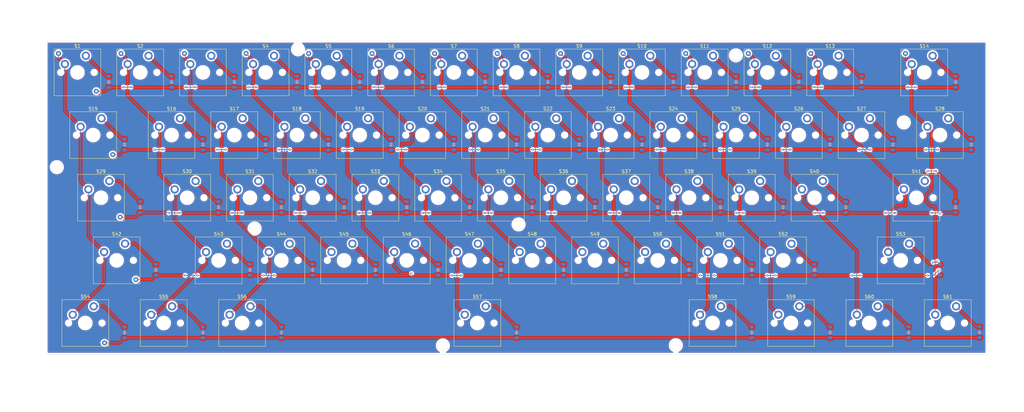
<source format=kicad_pcb>
(kicad_pcb (version 20240108) (generator "pcbnew") (generator_version "8.0")
  (layers (0 "F.Cu" signal) (31 "B.Cu" signal) (34 "B.Paste" user) (35 "F.Paste" user) (36 "B.SilkS" user "B.Silkscreen") (37 "F.SilkS" user "F.Silkscreen") (38 "B.Mask" user) (39 "F.Mask" user) (44 "Edge.Cuts" user))
  (net 0 "")
  (net 1 "Row 0")
  (net 2 "Net-(D1-A)")
  (net 3 "Net-(D2-A)")
  (net 4 "Net-(D3-A)")
  (net 5 "Net-(D4-A)")
  (net 6 "Net-(D5-A)")
  (net 7 "Net-(D6-A)")
  (net 8 "Net-(D7-A)")
  (net 9 "Net-(D8-A)")
  (net 10 "Net-(D9-A)")
  (net 11 "Net-(D10-A)")
  (net 12 "Net-(D11-A)")
  (net 13 "Net-(D12-A)")
  (net 14 "Net-(D13-A)")
  (net 15 "Net-(D14-A)")
  (net 16 "Row 1")
  (net 17 "Net-(D15-A)")
  (net 18 "Net-(D16-A)")
  (net 19 "Net-(D17-A)")
  (net 20 "Net-(D18-A)")
  (net 21 "Net-(D19-A)")
  (net 22 "Net-(D20-A)")
  (net 23 "Net-(D21-A)")
  (net 24 "Net-(D22-A)")
  (net 25 "Net-(D23-A)")
  (net 26 "Net-(D24-A)")
  (net 27 "Net-(D25-A)")
  (net 28 "Net-(D26-A)")
  (net 29 "Net-(D27-A)")
  (net 30 "Net-(D28-A)")
  (net 31 "Net-(D29-A)")
  (net 32 "Row 2")
  (net 33 "Net-(D30-A)")
  (net 34 "Net-(D31-A)")
  (net 35 "Net-(D32-A)")
  (net 36 "Net-(D33-A)")
  (net 37 "Net-(D34-A)")
  (net 38 "Net-(D35-A)")
  (net 39 "Net-(D36-A)")
  (net 40 "Net-(D37-A)")
  (net 41 "Net-(D38-A)")
  (net 42 "Net-(D39-A)")
  (net 43 "Net-(D40-A)")
  (net 44 "Net-(D41-A)")
  (net 45 "Net-(D42-A)")
  (net 46 "Row 3")
  (net 47 "Net-(D43-A)")
  (net 48 "Net-(D44-A)")
  (net 49 "Net-(D45-A)")
  (net 50 "Net-(D46-A)")
  (net 51 "Net-(D47-A)")
  (net 52 "Net-(D48-A)")
  (net 53 "Net-(D49-A)")
  (net 54 "Net-(D50-A)")
  (net 55 "Net-(D51-A)")
  (net 56 "Net-(D52-A)")
  (net 57 "Net-(D53-A)")
  (net 58 "Net-(D54-A)")
  (net 59 "Row 4")
  (net 60 "Net-(D55-A)")
  (net 61 "Net-(D56-A)")
  (net 62 "Net-(D57-A)")
  (net 63 "Net-(D58-A)")
  (net 64 "Net-(D59-A)")
  (net 65 "Net-(D60-A)")
  (net 66 "Net-(D61-A)")
  (net 67 "Column 0")
  (net 68 "Column 1")
  (net 69 "Column 2")
  (net 70 "Column 3")
  (net 71 "Column 4")
  (net 72 "Column 5")
  (net 73 "Column 6")
  (net 74 "Column 7")
  (net 75 "Column 8")
  (net 76 "Column 9")
  (net 77 "Column 10")
  (net 78 "Column 11")
  (net 79 "Column 12")
  (net 80 "Column 13")
  (footprint "ScottoKeebs_MX:MX_PCB_1.00u" (layer "F.Cu") (at 209.55 76.2)
    (property "Reference" "S37")
    (property "Value" "Keyswitch")
  )
  (footprint "ScottoKeebs_MX:MX_PCB_1.00u" (layer "F.Cu") (at 266.7 76.2)
    (property "Reference" "S40")
    (property "Value" "Keyswitch")
  )
  (footprint "ScottoKeebs_Scotto:TestPoint" (layer "F.Cu") (at 37.0875 32.325)
    (property "Reference" "H1" (hide yes))
    (property "Value" "MountingHole_Pad" (hide yes))
  )
  (footprint "ScottoKeebs_MX:MX_PCB_1.00u" (layer "F.Cu") (at 119.0625 38.1)
    (property "Reference" "S5")
    (property "Value" "Keyswitch")
  )
  (footprint "ScottoKeebs_MX:MX_PCB_1.00u" (layer "F.Cu") (at 185.7375 57.15)
    (property "Reference" "S22")
    (property "Value" "Keyswitch")
  )
  (footprint "ScottoKeebs_MX:MX_PCB_1.25u" (layer "F.Cu") (at 283.36875 114.3)
    (property "Reference" "S60")
    (property "Value" "Keyswitch")
  )
  (footprint "ScottoKeebs_MX:MX_PCB_1.00u" (layer "F.Cu") (at 261.9375 57.15)
    (property "Reference" "S26")
    (property "Value" "Keyswitch")
  )
  (footprint "ScottoKeebs_MX:MX_PCB_2.75u" (layer "F.Cu") (at 292.89375 95.25)
    (property "Reference" "S53")
    (property "Value" "Keyswitch")
  )
  (footprint "ScottoKeebs_MX:MX_PCB_1.00u" (layer "F.Cu") (at 42.8625 38.1)
    (property "Reference" "S1")
    (property "Value" "Keyswitch")
  )
  (footprint "ScottoKeebs_Scotto:TestPoint" (layer "F.Cu") (at 60.5875 101.075)
    (property "Reference" "H18" (hide yes))
    (property "Value" "MountingHole_Pad" (hide yes))
  )
  (footprint "ScottoKeebs_Scotto:TestPoint" (layer "F.Cu") (at 246.5875 32.325)
    (property "Reference" "H12" (hide yes))
    (property "Value" "MountingHole_Pad" (hide yes))
  )
  (footprint "ScottoKeebs_MX:MX_PCB_1.50u" (layer "F.Cu") (at 47.625 57.15)
    (property "Reference" "S15")
    (property "Value" "Keyswitch")
  )
  (footprint "ScottoKeebs_MX:MX_PCB_1.00u" (layer "F.Cu") (at 109.5375 57.15)
    (property "Reference" "S18")
    (property "Value" "Keyswitch")
  )
  (footprint "ScottoKeebs_MX:MX_PCB_1.00u" (layer "F.Cu") (at 204.7875 57.15)
    (property "Reference" "S23")
    (property "Value" "Keyswitch")
  )
  (footprint "ScottoKeebs_MX:MX_PCB_1.00u" (layer "F.Cu") (at 61.9125 38.1)
    (property "Reference" "S2")
    (property "Value" "Keyswitch")
  )
  (footprint "ScottoKeebs_MX:MX_PCB_1.00u" (layer "F.Cu") (at 80.9625 38.1)
    (property "Reference" "S3" (hide yes))
    (property "Value" "Keyswitch")
  )
  (footprint "ScottoKeebs_Scotto:TestPoint" (layer "F.Cu") (at 48.5875 43.825)
    (property "Reference" "H15" (hide yes))
    (property "Value" "MountingHole_Pad" (hide yes))
  )
  (footprint "ScottoKeebs_MX:MX_PCB_1.00u" (layer "F.Cu") (at 142.875 95.25)
    (property "Reference" "S46")
    (property "Value" "Keyswitch")
  )
  (footprint "ScottoKeebs_MX:MX_PCB_1.00u" (layer "F.Cu") (at 223.8375 57.15)
    (property "Reference" "S24")
    (property "Value" "Keyswitch")
  )
  (footprint "ScottoKeebs_Scotto:TestPoint" (layer "F.Cu") (at 51.0875 120.325)
    (property "Reference" "H19" (hide yes))
    (property "Value" "MountingHole_Pad" (hide yes))
  )
  (footprint "ScottoKeebs_MX:MX_PCB_1.00u" (layer "F.Cu") (at 214.3125 38.1)
    (property "Reference" "S10")
    (property "Value" "Keyswitch")
  )
  (footprint "ScottoKeebs_MX:MX_PCB_1.00u" (layer "F.Cu") (at 128.5875 57.15)
    (property "Reference" "S19")
    (property "Value" "Keyswitch")
  )
  (footprint "ScottoKeebs_Scotto:TestPoint" (layer "F.Cu") (at 265.5875 32.325)
    (property "Reference" "H13" (hide yes))
    (property "Value" "MountingHole_Pad" (hide yes))
  )
  (footprint "ScottoKeebs_Scotto:TestPoint" (layer "F.Cu") (at 294.3375 32.325)
    (property "Reference" "H14" (hide yes))
    (property "Value" "MountingHole_Pad" (hide yes))
  )
  (footprint "ScottoKeebs_Scotto:TestPoint" (layer "F.Cu") (at 151.3375 32.325)
    (property "Reference" "H7" (hide yes))
    (property "Value" "MountingHole_Pad" (hide yes))
  )
  (footprint "ScottoKeebs_MX:MX_PCB_1.00u" (layer "F.Cu") (at 95.25 76.2)
    (property "Reference" "S31")
    (property "Value" "Keyswitch")
  )
  (footprint "ScottoKeebs_MX:MX_PCB_1.75u" (layer "F.Cu") (at 50.00625 76.2)
    (property "Reference" "S29")
    (property "Value" "Keyswitch")
  )
  (footprint "ScottoKeebs_MX:MX_PCB_1.00u" (layer "F.Cu") (at 114.3 76.2)
    (property "Reference" "S32")
    (property "Value" "Keyswitch")
  )
  (footprint "ScottoKeebs_MX:MX_PCB_1.00u" (layer "F.Cu") (at 71.4375 57.15)
    (property "Reference" "S16")
    (property "Value" "Keyswitch")
  )
  (footprint "ScottoKeebs_MX:MX_PCB_1.00u" (layer "F.Cu") (at 147.6375 57.15)
    (property "Reference" "S20")
    (property "Value" "Keyswitch")
  )
  (footprint "ScottoKeebs_Scotto:TestPoint" (layer "F.Cu") (at 189.5875 32.325)
    (property "Reference" "H9" (hide yes))
    (property "Value" "MountingHole_Pad" (hide yes))
  )
  (footprint "ScottoKeebs_MX:MX_PCB_1.00u" (layer "F.Cu") (at 171.45 76.2)
    (property "Reference" "S35")
    (property "Value" "Keyswitch")
  )
  (footprint "ScottoKeebs_MX:MX_PCB_1.00u" (layer "F.Cu") (at 257.175 95.25)
    (property "Reference" "S52")
    (property "Value" "Keyswitch")
  )
  (footprint "ScottoKeebs_MX:MX_PCB_1.00u" (layer "F.Cu") (at 180.975 95.25)
    (property "Reference" "S48")
    (property "Value" "Keyswitch")
  )
  (footprint "ScottoKeebs_Scotto:TestPoint" (layer "F.Cu") (at 55.8375 82.075)
    (property "Reference" "H17" (hide yes))
    (property "Value" "MountingHole_Pad" (hide yes))
  )
  (footprint "ScottoKeebs_MX:MX_PCB_1.00u" (layer "F.Cu") (at 219.075 95.25)
    (property "Reference" "S50")
    (property "Value" "Keyswitch")
  )
  (footprint "ScottoKeebs_MX:MX_PCB_1.00u" (layer "F.Cu") (at 247.65 76.2)
    (property "Reference" "S39")
    (property "Value" "Keyswitch")
  )
  (footprint "ScottoKeebs_Scotto:TestPoint" (layer "F.Cu") (at 75.3375 32.325)
    (property "Reference" "H3" (hide yes))
    (property "Value" "MountingHole_Pad" (hide yes))
  )
  (footprint "ScottoKeebs_MX:MX_PCB_1.00u" (layer "F.Cu") (at 166.6875 57.15)
    (property "Reference" "S21")
    (property "Value" "Keyswitch")
  )
  (footprint "ScottoKeebs_MX:MX_PCB_1.00u" (layer "F.Cu") (at 233.3625 38.1)
    (property "Reference" "S11")
    (property "Value" "Keyswitch")
  )
  (footprint "ScottoKeebs_MX:MX_PCB_1.00u" (layer "F.Cu") (at 228.6 76.2)
    (property "Reference" "S38")
    (property "Value" "Keyswitch")
  )
  (footprint "ScottoKeebs_MX:MX_PCB_1.00u" (layer "F.Cu") (at 76.2 76.2)
    (property "Reference" "S30")
    (property "Value" "Keyswitch")
  )
  (footprint "ScottoKeebs_MX:MX_PCB_2.25u" (layer "F.Cu") (at 54.76875 95.25)
    (property "Reference" "S42")
    (property "Value" "Keyswitch")
  )
  (footprint "ScottoKeebs_MX:MX_PCB_1.00u" (layer "F.Cu") (at 123.825 95.25)
    (property "Reference" "S45")
    (property "Value" "Keyswitch")
  )
  (footprint "ScottoKeebs_MX:MX_PCB_1.00u" (layer "F.Cu") (at 190.5 76.2)
    (property "Reference" "S36")
    (property "Value" "Keyswitch")
  )
  (footprint "ScottoKeebs_MX:MX_PCB_1.00u" (layer "F.Cu") (at 138.1125 38.1)
    (property "Reference" "S6")
    (property "Value" "Keyswitch")
  )
  (footprint "ScottoKeebs_MX:MX_PCB_1.25u" (layer "F.Cu") (at 69.05625 114.3)
    (property "Reference" "S55")
    (property "Value" "Keyswitch")
  )
  (footprint "ScottoKeebs_Scotto:TestPoint" (layer "F.Cu") (at 113.0875 32.325)
    (property "Reference" "H5" (hide yes))
    (property "Value" "MountingHole_Pad" (hide yes))
  )
  (footprint "ScottoKeebs_MX:MX_PCB_2.00u" (layer "F.Cu") (at 300.0375 38.1)
    (property "Reference" "S14")
    (property "Value" "Keyswitch")
  )
  (footprint "ScottoKeebs_MX:MX_PCB_1.00u" (layer "F.Cu") (at 133.35 76.2)
    (property "Reference" "S33")
    (property "Value" "Keyswitch")
  )
  (footprint "ScottoKeebs_MX:MX_PCB_1.00u" (layer "F.Cu") (at 176.2125 38.1)
    (property "Reference" "S8")
    (property "Value" "Keyswitch")
  )
  (footprint "ScottoKeebs_MX:MX_PCB_6.25u" (layer "F.Cu") (at 164.30625 114.3)
    (property "Reference" "S57")
    (property "Value" "Keyswitch")
  )
  (footprint "ScottoKeebs_MX:MX_PCB_1.00u" (layer "F.Cu") (at 238.125 95.25)
    (property "Reference" "S51")
    (property "Value" "Keyswitch")
  )
  (footprint "ScottoKeebs_MX:MX_PCB_1.00u" (layer "F.Cu") (at 152.4 76.2)
    (property "Reference" "S34")
    (property "Value" "Keyswitch")
  )
  (footprint "ScottoKeebs_MX:MX_PCB_1.25u" (layer "F.Cu") (at 92.86875 114.3)
    (property "Reference" "S56")
    (property "Value" "Keyswitch")
  )
  (footprint "ScottoKeebs_MX:MX_PCB_1.00u" (layer "F.Cu") (at 104.775 95.25)
    (property "Reference" "S44")
    (property "Value" "Keyswitch")
  )
  (footprint "ScottoKeebs_Scotto:TestPoint" (layer "F.Cu") (at 132.3375 32.325)
    (property "Reference" "H6" (hide yes))
    (property "Value" "MountingHole_Pad" (hide yes))
  )
  (footprint "ScottoKeebs_MX:MX_PCB_1.00u" (layer "F.Cu") (at 271.4625 38.1)
    (property "Reference" "S13")
    (property "Value" "Keyswitch")
  )
  (footprint "ScottoKeebs_Scotto:TestPoint" (layer "F.Cu") (at 56.0875 32.325)
    (property "Reference" "H2" (hide yes))
    (property "Value" "MountingHole_Pad" (hide yes))
  )
  (footprint "ScottoKeebs_Scotto:TestPoint" (layer "F.Cu") (at 227.5875 32.325)
    (property "Reference" "H11" (hide yes))
    (property "Value" "MountingHole_Pad" (hide yes))
  )
  (footprint "ScottoKeebs_MX:MX_PCB_1.50u" (layer "F.Cu") (at 304.8 57.15)
    (property "Reference" "S28")
    (property "Value" "Keyswitch")
  )
  (footprint "ScottoKeebs_MX:MX_PCB_1.25u" (layer "F.Cu") (at 235.74375 114.3)
    (property "Reference" "S58")
    (property "Value" "Keyswitch")
  )
  (footprint "ScottoKeebs_MX:MX_PCB_1.25u" (layer "F.Cu") (at 45.24375 114.3)
    (property "Reference" "S54")
    (property "Value" "Keyswitch")
  )
  (footprint "ScottoKeebs_MX:MX_PCB_1.00u" (layer "F.Cu") (at 252.4125 38.1)
    (property "Reference" "S12")
    (property "Value" "Keyswitch")
  )
  (footprint "ScottoKeebs_Scotto:TestPoint" (layer "F.Cu") (at 170.3375 32.325)
    (property "Reference" "H8" (hide yes))
    (property "Value" "MountingHole_Pad" (hide yes))
  )
  (footprint "ScottoKeebs_MX:MX_PCB_1.00u" (layer "F.Cu") (at 157.1625 38.1)
    (property "Reference" "S7")
    (property "Value" "Keyswitch")
  )
  (footprint "ScottoKeebs_Scotto:TestPoint" (layer "F.Cu") (at 94.0875 32.325)
    (property "Reference" "H4" (hide yes))
    (property "Value" "MountingHole_Pad" (hide yes))
  )
  (footprint "ScottoKeebs_MX:MX_PCB_1.00u" (layer "F.Cu") (at 200.025 95.25)
    (property "Reference" "S49")
    (property "Value" "Keyswitch")
  )
  (footprint "ScottoKeebs_MX:MX_PCB_1.00u" (layer "F.Cu") (at 195.2625 38.1)
    (property "Reference" "S9")
    (property "Value" "Keyswitch")
  )
  (footprint "ScottoKeebs_MX:MX_PCB_1.00u" (layer "F.Cu") (at 85.725 95.25)
    (property "Reference" "S43")
    (property "Value" "Keyswitch")
  )
  (footprint "ScottoKeebs_MX:MX_PCB_1.25u" (layer "F.Cu") (at 259.55625 114.3)
    (property "Reference" "S59")
    (property "Value" "Keyswitch")
  )
  (footprint "ScottoKeebs_MX:MX_PCB_1.00u" (layer "F.Cu") (at 90.4875 57.15)
    (property "Reference" "S17")
    (property "Value" "Keyswitch")
  )
  (footprint "ScottoKeebs_MX:MX_PCB_1.00u" (layer "F.Cu") (at 100.0125 38.1)
    (property "Reference" "S4")
    (property "Value" "Keyswitch")
  )
  (footprint "ScottoKeebs_MX:MX_PCB_1.00u" (layer "F.Cu") (at 280.9875 57.15)
    (property "Reference" "S27")
    (property "Value" "Keyswitch")
  )
  (footprint "ScottoKeebs_MX:MX_PCB_1.00u" (layer "F.Cu") (at 242.8875 57.15)
    (property "Reference" "S25")
    (property "Value" "Keyswitch")
  )
  (footprint "ScottoKeebs_Scotto:TestPoint" (layer "F.Cu") (at 208.5875 32.325)
    (property "Reference" "H10" (hide yes))
    (property "Value" "MountingHole_Pad" (hide yes))
  )
  (footprint "ScottoKeebs_MX:MX_PCB_1.00u" (layer "F.Cu") (at 161.925 95.25)
    (property "Reference" "S47")
    (property "Value" "Keyswitch")
  )
  (footprint "ScottoKeebs_MX:MX_PCB_2.25u" (layer "F.Cu") (at 297.65625 76.2)
    (property "Reference" "S41")
    (property "Value" "Keyswitch")
  )
  (footprint "ScottoKeebs_MX:MX_PCB_1.25u" (layer "F.Cu") (at 307.18125 114.3)
    (property "Reference" "S61")
    (property "Value" "Keyswitch")
  )
  (footprint "ScottoKeebs_Scotto:TestPoint" (layer "F.Cu") (at 53.5875 63.075)
    (property "Reference" "H16" (hide yes))
    (property "Value" "MountingHole_Pad" (hide yes))
  )
  (footprint "ScottoKeebs_Components:Diode_SOD-123" (layer "B.Cu") (at 176.2125 117.1575 90)
    (property "Reference" "D57" (hide yes))
    (property "Value" "Diode")
  )
  (footprint "ScottoKeebs_Components:Diode_SOD-123" (layer "B.Cu") (at 161.925 79.0575 90)
    (property "Reference" "D34" (hide yes))
    (property "Value" "Diode")
  )
  (footprint "ScottoKeebs_Components:Diode_SOD-123" (layer "B.Cu") (at 314.325 60.0075 90)
    (property "Reference" "D28" (hide yes))
    (property "Value" "Diode")
  )
  (footprint "ScottoKeebs_Components:Diode_SOD-123" (layer "B.Cu") (at 104.775 79.0575 90)
    (property "Reference" "D31" (hide yes))
    (property "Value" "Diode")
  )
  (footprint "ScottoKeebs_Components:Diode_SOD-123" (layer "B.Cu") (at 123.825 79.0575 90)
    (property "Reference" "D32" (hide yes))
    (property "Value" "Diode")
  )
  (footprint "ScottoKeebs_Components:Diode_SOD-123" (layer "B.Cu") (at 61.9125 79.0575 90)
    (property "Reference" "D29" (hide yes))
    (property "Value" "Diode")
  )
  (footprint "ScottoKeebs_Components:Diode_SOD-123" (layer "B.Cu") (at 128.5875 40.9575 90)
    (property "Reference" "D5" (hide yes))
    (property "Value" "Diode")
  )
  (footprint "ScottoKeebs_Components:Diode_SOD-123" (layer "B.Cu") (at 280.9875 40.9575 90)
    (property "Reference" "D13" (hide yes))
    (property "Value" "Diode")
  )
  (footprint "ScottoKeebs_Components:Diode_SOD-123" (layer "B.Cu") (at 271.4625 117.1575 90)
    (property "Reference" "D59" (hide yes))
    (property "Value" "Diode")
  )
  (footprint "ScottoKeebs_Components:Diode_SOD-123" (layer "B.Cu") (at 295.275 117.1575 90)
    (property "Reference" "D60" (hide yes))
    (property "Value" "Diode")
  )
  (footprint "ScottoKeebs_Components:Diode_SOD-123" (layer "B.Cu") (at 223.8375 40.9575 90)
    (property "Reference" "D10" (hide yes))
    (property "Value" "Diode")
  )
  (footprint "ScottoKeebs_Components:Diode_SOD-123" (layer "B.Cu") (at 176.2125 60.0075 90)
    (property "Reference" "D21" (hide yes))
    (property "Value" "Diode")
  )
  (footprint "ScottoKeebs_Components:Diode_SOD-123" (layer "B.Cu") (at 52.3875 40.9575 90)
    (property "Reference" "D1" (hide yes))
    (property "Value" "Diode")
  )
  (footprint "ScottoKeebs_Components:Diode_SOD-123" (layer "B.Cu") (at 57.15 117.1575 90)
    (property "Reference" "D54" (hide yes))
    (property "Value" "Diode")
  )
  (footprint "ScottoKeebs_Components:Diode_SOD-123" (layer "B.Cu") (at 276.225 79.0575 90)
    (property "Reference" "D40" (hide yes))
    (property "Value" "Diode")
  )
  (footprint "ScottoKeebs_Components:Diode_SOD-123" (layer "B.Cu") (at 90.4875 40.9575 90)
    (property "Reference" "D3" (hide yes))
    (property "Value" "Diode")
  )
  (footprint "ScottoKeebs_Components:Diode_SOD-123" (layer "B.Cu") (at 147.6375 40.9575 90)
    (property "Reference" "D6" (hide yes))
    (property "Value" "Diode")
  )
  (footprint "ScottoKeebs_Components:Diode_SOD-123" (layer "B.Cu") (at 238.125 79.0575 90)
    (property "Reference" "D38" (hide yes))
    (property "Value" "Diode")
  )
  (footprint "ScottoKeebs_Components:Diode_SOD-123" (layer "B.Cu") (at 152.4 98.1075 90)
    (property "Reference" "D46" (hide yes))
    (property "Value" "Diode")
  )
  (footprint "ScottoKeebs_Components:Diode_SOD-123" (layer "B.Cu") (at 138.1125 60.0075 90)
    (property "Reference" "D19" (hide yes))
    (property "Value" "Diode")
  )
  (footprint "ScottoKeebs_Components:Diode_SOD-123" (layer "B.Cu") (at 309.5625 40.9575 90)
    (property "Reference" "D14" (hide yes))
    (property "Value" "Diode")
  )
  (footprint "ScottoKeebs_Components:Diode_SOD-123" (layer "B.Cu") (at 80.9625 117.1575 90)
    (property "Reference" "D55" (hide yes))
    (property "Value" "Diode")
  )
  (footprint "ScottoKeebs_Components:Diode_SOD-123" (layer "B.Cu") (at 247.65 98.1075 90)
    (property "Reference" "D51" (hide yes))
    (property "Value" "Diode")
  )
  (footprint "ScottoKeebs_Components:Diode_SOD-123" (layer "B.Cu") (at 233.3625 60.0075 90)
    (property "Reference" "D24" (hide yes))
    (property "Value" "Diode")
  )
  (footprint "ScottoKeebs_Components:Diode_SOD-123" (layer "B.Cu") (at 85.725 79.0575 90)
    (property "Reference" "D30" (hide yes))
    (property "Value" "Diode")
  )
  (footprint "ScottoKeebs_Components:Diode_SOD-123" (layer "B.Cu") (at 190.5 98.1075 90)
    (property "Reference" "D48" (hide yes))
    (property "Value" "Diode")
  )
  (footprint "ScottoKeebs_Components:Diode_SOD-123" (layer "B.Cu") (at 100.0125 60.0075 90)
    (property "Reference" "D17" (hide yes))
    (property "Value" "Diode")
  )
  (footprint "ScottoKeebs_Components:Diode_SOD-123" (layer "B.Cu") (at 309.5625 79.0575 90)
    (property "Reference" "D41" (hide yes))
    (property "Value" "Diode")
  )
  (footprint "ScottoKeebs_Components:Diode_SOD-123" (layer "B.Cu") (at 204.7875 40.9575 90)
    (property "Reference" "D9" (hide yes))
    (property "Value" "Diode")
  )
  (footprint "ScottoKeebs_Components:Diode_SOD-123" (layer "B.Cu") (at 214.3125 60.0075 90)
    (property "Reference" "D23" (hide yes))
    (property "Value" "Diode")
  )
  (footprint "ScottoKeebs_Components:Diode_SOD-123" (layer "B.Cu") (at 66.675 98.1075 90)
    (property "Reference" "D42" (hide yes))
    (property "Value" "Diode")
  )
  (footprint "ScottoKeebs_Components:Diode_SOD-123" (layer "B.Cu") (at 104.775 117.1575 90)
    (property "Reference" "D56" (hide yes))
    (property "Value" "Diode")
  )
  (footprint "ScottoKeebs_Components:Diode_SOD-123" (layer "B.Cu") (at 266.7 98.1075 90)
    (property "Reference" "D52" (hide yes))
    (property "Value" "Diode")
  )
  (footprint "ScottoKeebs_Components:Diode_SOD-123" (layer "B.Cu") (at 180.975 79.0575 90)
    (property "Reference" "D35" (hide yes))
    (property "Value" "Diode")
  )
  (footprint "ScottoKeebs_Components:Diode_SOD-123" (layer "B.Cu") (at 252.4125 60.0075 90)
    (property "Reference" "D25" (hide yes))
    (property "Value" "Diode")
  )
  (footprint "ScottoKeebs_Components:Diode_SOD-123" (layer "B.Cu") (at 290.5125 60.0075 90)
    (property "Reference" "D27" (hide yes))
    (property "Value" "Diode")
  )
  (footprint "ScottoKeebs_Components:Diode_SOD-123" (layer "B.Cu") (at 209.55 98.1075 90)
    (property "Reference" "D49" (hide yes))
    (property "Value" "Diode")
  )
  (footprint "ScottoKeebs_Components:Diode_SOD-123" (layer "B.Cu") (at 242.8875 40.9575 90)
    (property "Reference" "D11" (hide yes))
    (property "Value" "Diode")
  )
  (footprint "ScottoKeebs_Components:Diode_SOD-123" (layer "B.Cu") (at 142.875 79.0575 90)
    (property "Reference" "D33" (hide yes))
    (property "Value" "Diode")
  )
  (footprint "ScottoKeebs_Components:Diode_SOD-123" (layer "B.Cu") (at 200.025 79.0575 90)
    (property "Reference" "D36" (hide yes))
    (property "Value" "Diode")
  )
  (footprint "ScottoKeebs_Components:Diode_SOD-123" (layer "B.Cu") (at 114.3 98.1075 90)
    (property "Reference" "D44" (hide yes))
    (property "Value" "Diode")
  )
  (footprint "ScottoKeebs_Components:Diode_SOD-123" (layer "B.Cu") (at 247.65 117.1575 90)
    (property "Reference" "D58" (hide yes))
    (property "Value" "Diode")
  )
  (footprint "ScottoKeebs_Components:Diode_SOD-123" (layer "B.Cu") (at 316.8375 117.075 90)
    (property "Reference" "D61" (hide yes))
    (property "Value" "Diode")
  )
  (footprint "ScottoKeebs_Components:Diode_SOD-123" (layer "B.Cu") (at 228.6 98.1075 90)
    (property "Reference" "D50" (hide yes))
    (property "Value" "Diode")
  )
  (footprint "ScottoKeebs_Components:Diode_SOD-123" (layer "B.Cu") (at 119.0625 60.0075 90)
    (property "Reference" "D18" (hide yes))
    (property "Value" "Diode")
  )
  (footprint "ScottoKeebs_Components:Diode_SOD-123" (layer "B.Cu") (at 71.4375 40.9575 90)
    (property "Reference" "D2" (hide yes))
    (property "Value" "Diode")
  )
  (footprint "ScottoKeebs_Components:Diode_SOD-123" (layer "B.Cu") (at 271.4625 60.0075 90)
    (property "Reference" "D26" (hide yes))
    (property "Value" "Diode")
  )
  (footprint "ScottoKeebs_Components:Diode_SOD-123" (layer "B.Cu") (at 95.25 98.1075 90)
    (property "Reference" "D43" (hide yes))
    (property "Value" "Diode")
  )
  (footprint "ScottoKeebs_Components:Diode_SOD-123" (layer "B.Cu") (at 80.9625 60.0075 90)
    (property "Reference" "D16" (hide yes))
    (property "Value" "Diode")
  )
  (footprint "ScottoKeebs_Components:Diode_SOD-123" (layer "B.Cu") (at 57.15 60.0075 90)
    (property "Reference" "D15" (hide yes))
    (property "Value" "Diode")
  )
  (footprint "ScottoKeebs_Components:Diode_SOD-123" (layer "B.Cu") (at 157.1625 60.0075 90)
    (property "Reference" "D20" (hide yes))
    (property "Value" "Diode")
  )
  (footprint "ScottoKeebs_Components:Diode_SOD-123" (layer "B.Cu") (at 195.2625 60.0075 90)
    (property "Reference" "D22" (hide yes))
    (property "Value" "Diode")
  )
  (footprint "ScottoKeebs_Components:Diode_SOD-123" (layer "B.Cu") (at 257.175 79.0575 90)
    (property "Reference" "D39" (hide yes))
    (property "Value" "Diode")
  )
  (footprint "ScottoKeebs_Components:Diode_SOD-123" (layer "B.Cu") (at 304.8 98.1075 90)
    (property "Reference" "D53" (hide yes))
    (property "Value" "Diode")
  )
  (footprint "ScottoKeebs_Components:Diode_SOD-123" (layer "B.Cu") (at 261.9375 40.9575 90)
    (property "Reference" "D12" (hide yes))
    (property "Value" "Diode")
  )
  (footprint "ScottoKeebs_Components:Diode_SOD-123" (layer "B.Cu") (at 166.6875 40.9575 90)
    (property "Reference" "D7" (hide yes))
    (property "Value" "Diode")
  )
  (footprint "ScottoKeebs_Components:Diode_SOD-123" (layer "B.Cu") (at 133.35 98.1075 90)
    (property "Reference" "D45" (hide yes))
    (property "Value" "Diode")
  )
  (footprint "ScottoKeebs_Components:Diode_SOD-123" (layer "B.Cu") (at 171.45 98.1075 90)
    (property "Reference" "D47" (hide yes))
    (property "Value" "Diode")
  )
  (footprint "ScottoKeebs_Components:Diode_SOD-123" (layer "B.Cu") (at 219.075 79.0575 90)
    (property "Reference" "D37" (hide yes))
    (property "Value" "Diode")
  )
  (footprint "ScottoKeebs_Components:Diode_SOD-123" (layer "B.Cu") (at 109.5375 40.9575 90)
    (property "Reference" "D4" (hide yes))
    (property "Value" "Diode")
  )
  (footprint "ScottoKeebs_Components:Diode_SOD-123" (layer "B.Cu") (at 185.7375 40.9575 90)
    (property "Reference" "D8" (hide yes))
    (property "Value" "Diode")
  )
  (gr_circle (center 36.5875 66.89795) (end 35.0875 66.14795) (stroke (width 0.05)) (fill none) (layer "Edge.Cuts"))
  (gr_circle (center 176.8375 84.325) (end 175.3375 83.575) (stroke (width 0.05)) (fill none) (layer "Edge.Cuts"))
  (gr_circle (center 109.8375 31.075) (end 108.3375 30.325) (stroke (width 0.05)) (fill none) (layer "Edge.Cuts"))
  (gr_circle (center 224.5875 121.075) (end 223.0875 120.325) (stroke (width 0.05)) (fill none) (layer "Edge.Cuts"))
  (gr_circle (center 293.8375 53.325) (end 292.3375 52.575) (stroke (width 0.05)) (fill none) (layer "Edge.Cuts"))
  (gr_circle (center 242.8375 32.89795) (end 241.3375 32.14795) (stroke (width 0.05)) (fill none) (layer "Edge.Cuts"))
  (gr_circle (center 96.66045 85.575) (end 95.16045 84.825) (stroke (width 0.05)) (fill none) (layer "Edge.Cuts"))
  (gr_rect (start 33.3375 28.575) (end 319.0875 123.825) (stroke (width 0.05)) (fill none) (layer "Edge.Cuts"))
  (gr_circle (center 153.8375 121.14795) (end 152.3375 120.39795) (stroke (width 0.05)) (fill none) (layer "Edge.Cuts"))
  (segment (start 75.8375 42.575) (end 78.5875 42.575) (width 0.2) (layer "F.Cu") (net 1))
  (segment (start 132.8375 42.575) (end 135.3375 42.575) (width 0.2) (layer "F.Cu") (net 1))
  (segment (start 56.8375 42.575) (end 59.0875 42.575) (width 0.2) (layer "F.Cu") (net 1))
  (segment (start 266.5875 42.575) (end 268.8375 42.575) (width 0.2) (layer "F.Cu") (net 1))
  (segment (start 152.7525 42.575) (end 154.3375 42.575) (width 0.2) (layer "F.Cu") (net 1))
  (segment (start 190.3375 42.575) (end 192.3375 42.575) (width 0.2) (layer "F.Cu") (net 1))
  (segment (start 228.3375 42.575) (end 230.5875 42.575) (width 0.2) (layer "F.Cu") (net 1))
  (segment (start 295.0875 42.575) (end 297.3375 42.575) (width 0.2) (layer "F.Cu") (net 1))
  (segment (start 209.3375 42.575) (end 211.3375 42.575) (width 0.2) (layer "F.Cu") (net 1))
  (segment (start 94.8375 42.575) (end 97.0875 42.575) (width 0.2) (layer "F.Cu") (net 1))
  (segment (start 171.5875 42.575) (end 173.0875 42.575) (width 0.2) (layer "F.Cu") (net 1))
  (segment (start 247.5875 42.575) (end 249.8375 42.575) (width 0.2) (layer "F.Cu") (net 1))
  (segment (start 113.8375 42.575) (end 116.0875 42.575) (width 0.2) (layer "F.Cu") (net 1))
  (via (at 211.3375 42.575) (size 0.6) (drill 0.3) (layers "F.Cu" "B.Cu") (net 1))
  (via (at 56.8375 42.575) (size 0.6) (drill 0.3) (layers "F.Cu" "B.Cu") (net 1))
  (via (at 171.5875 42.575) (size 0.6) (drill 0.3) (layers "F.Cu" "B.Cu") (net 1))
  (via (at 268.8375 42.575) (size 0.6) (drill 0.3) (layers "F.Cu" "B.Cu") (net 1))
  (via (at 295.0875 42.575) (size 0.6) (drill 0.3) (layers "F.Cu" "B.Cu") (net 1))
  (via (at 247.5875 42.575) (size 0.6) (drill 0.3) (layers "F.Cu" "B.Cu") (net 1))
  (via (at 190.3375 42.575) (size 0.6) (drill 0.3) (layers "F.Cu" "B.Cu") (net 1))
  (via (at 228.3375 42.575) (size 0.6) (drill 0.3) (layers "F.Cu" "B.Cu") (net 1))
  (via (at 154.3375 42.575) (size 0.6) (drill 0.3) (layers "F.Cu" "B.Cu") (net 1))
  (via (at 78.5875 42.575) (size 0.6) (drill 0.3) (layers "F.Cu" "B.Cu") (net 1))
  (via (at 97.0875 42.575) (size 0.6) (drill 0.3) (layers "F.Cu" "B.Cu") (net 1))
  (via (at 209.3375 42.575) (size 0.6) (drill 0.3) (layers "F.Cu" "B.Cu") (net 1))
  (via (at 94.8375 42.575) (size 0.6) (drill 0.3) (layers "F.Cu" "B.Cu") (net 1))
  (via (at 113.8375 42.575) (size 0.6) (drill 0.3) (layers "F.Cu" "B.Cu") (net 1))
  (via (at 230.5875 42.575) (size 0.6) (drill 0.3) (layers "F.Cu" "B.Cu") (net 1))
  (via (at 173.0875 42.575) (size 0.6) (drill 0.3) (layers "F.Cu" "B.Cu") (net 1))
  (via (at 192.3375 42.575) (size 0.6) (drill 0.3) (layers "F.Cu" "B.Cu") (net 1))
  (via (at 152.7525 42.575) (size 0.6) (drill 0.3) (layers "F.Cu" "B.Cu") (net 1))
  (via (at 266.5875 42.575) (size 0.6) (drill 0.3) (layers "F.Cu" "B.Cu") (net 1))
  (via (at 297.3375 42.575) (size 0.6) (drill 0.3) (layers "F.Cu" "B.Cu") (net 1))
  (via (at 135.3375 42.575) (size 0.6) (drill 0.3) (layers "F.Cu" "B.Cu") (net 1))
  (via (at 59.0875 42.575) (size 0.6) (drill 0.3) (layers "F.Cu" "B.Cu") (net 1))
  (via (at 249.8375 42.575) (size 0.6) (drill 0.3) (layers "F.Cu" "B.Cu") (net 1))
  (via (at 75.8375 42.575) (size 0.6) (drill 0.3) (layers "F.Cu" "B.Cu") (net 1))
  (via (at 116.0875 42.575) (size 0.6) (drill 0.3) (layers "F.Cu" "B.Cu") (net 1))
  (via (at 132.8375 42.575) (size 0.6) (drill 0.3) (layers "F.Cu" "B.Cu") (net 1))
  (segment (start 116.0875 42.575) (end 132.8375 42.575) (width 0.2) (layer "B.Cu") (net 1))
  (segment (start 48.5875 43.825) (end 51.17 43.825) (width 0.2) (layer "B.Cu") (net 1))
  (segment (start 154.3375 42.575) (end 154.37 42.6075) (width 0.2) (layer "B.Cu") (net 1))
  (segment (start 51.17 43.825) (end 52.3875 42.6075) (width 0.2) (layer "B.Cu") (net 1))
  (segment (start 211.3375 42.575) (end 228.3375 42.575) (width 0.2) (layer "B.Cu") (net 1))
  (segment (start 297.3375 42.575) (end 298.3375 42.575) (width 0.2) (layer "B.Cu") (net 1))
  (segment (start 171.555 42.6075) (end 171.5875 42.575) (width 0.2) (layer "B.Cu") (net 1))
  (segment (start 59.8375 42.575) (end 59.87 42.6075) (width 0.2) (layer "B.Cu") (net 1))
  (segment (start 56.805 42.6075) (end 56.8375 42.575) (width 0.2) (layer "B.Cu") (net 1))
  (segment (start 73.5875 42.6075) (end 75.805 42.6075) (width 0.2) (layer "B.Cu") (net 1))
  (segment (start 166.6875 42.6075) (end 171.555 42.6075) (width 0.2) (layer "B.Cu") (net 1))
  (segment (start 59.87 42.6075) (end 71.4375 42.6075) (width 0.2) (layer "B.Cu") (net 1))
  (segment (start 192.3375 42.575) (end 209.3375 42.575) (width 0.2) (layer "B.Cu") (net 1))
  (segment (start 249.8375 42.575) (end 266.5875 42.575) (width 0.2) (layer "B.Cu") (net 1))
  (segment (start 268.8375 42.575) (end 295.0875 42.575) (width 0.2) (layer "B.Cu") (net 1))
  (segment (start 298.3375 42.575) (end 298.37 42.6075) (width 0.2) (layer "B.Cu") (net 1))
  (segment (start 59.0875 42.575) (end 59.8375 42.575) (width 0.2) (layer "B.Cu") (net 1))
  (segment (start 135.3375 42.575) (end 152.7525 42.575) (width 0.2) (layer "B.Cu") (net 1))
  (segment (start 75.805 42.6075) (end 75.8375 42.575) (width 0.2) (layer "B.Cu") (net 1))
  (segment (start 52.3875 42.6075) (end 56.805 42.6075) (width 0.2) (layer "B.Cu") (net 1))
  (segment (start 298.37 42.6075) (end 309.5625 42.6075) (width 0.2) (layer "B.Cu") (net 1))
  (segment (start 230.5875 42.575) (end 247.5875 42.575) (width 0.2) (layer "B.Cu") (net 1))
  (segment (start 78.5875 42.575) (end 94.8375 42.575) (width 0.2) (layer "B.Cu") (net 1))
  (segment (start 154.37 42.6075) (end 166.6875 42.6075) (width 0.2) (layer "B.Cu") (net 1))
  (segment (start 173.0875 42.575) (end 190.3375 42.575) (width 0.2) (layer "B.Cu") (net 1))
  (segment (start 71.4375 42.6075) (end 73.5875 42.6075) (width 0.2) (layer "B.Cu") (net 1))
  (segment (start 97.0875 42.575) (end 113.8375 42.575) (width 0.2) (layer "B.Cu") (net 1))
  (segment (start 45.4025 33.02) (end 51.69 39.3075) (width 0.2) (layer "B.Cu") (net 2))
  (segment (start 51.69 39.3075) (end 52.3875 39.3075) (width 0.2) (layer "B.Cu") (net 2))
  (segment (start 70.74 39.3075) (end 71.4375 39.3075) (width 0.2) (layer "B.Cu") (net 3))
  (segment (start 64.4525 33.02) (end 70.74 39.3075) (width 0.2) (layer "B.Cu") (net 3))
  (segment (start 83.5025 33.02) (end 89.79 39.3075) (width 0.2) (layer "B.Cu") (net 4))
  (segment (start 89.79 39.3075) (end 90.4875 39.3075) (width 0.2) (layer "B.Cu") (net 4))
  (segment (start 102.5525 33.02) (end 108.84 39.3075) (width 0.2) (layer "B.Cu") (net 5))
  (segment (start 108.84 39.3075) (end 109.5375 39.3075) (width 0.2) (layer "B.Cu") (net 5))
  (segment (start 127.89 39.3075) (end 128.5875 39.3075) (width 0.2) (layer "B.Cu") (net 6))
  (segment (start 121.6025 33.02) (end 127.89 39.3075) (width 0.2) (layer "B.Cu") (net 6))
  (segment (start 140.6525 33.02) (end 146.94 39.3075) (width 0.2) (layer "B.Cu") (net 7))
  (segment (start 146.94 39.3075) (end 147.6375 39.3075) (width 0.2) (layer "B.Cu") (net 7))
  (segment (start 165.99 39.3075) (end 166.6875 39.3075) (width 0.2) (layer "B.Cu") (net 8))
  (segment (start 159.7025 33.02) (end 165.99 39.3075) (width 0.2) (layer "B.Cu") (net 8))
  (segment (start 178.7525 33.02) (end 185.04 39.3075) (width 0.2) (layer "B.Cu") (net 9))
  (segment (start 185.04 39.3075) (end 185.7375 39.3075) (width 0.2) (layer "B.Cu") (net 9))
  (segment (start 197.8025 33.02) (end 204.09 39.3075) (width 0.2) (layer "B.Cu") (net 10))
  (segment (start 204.09 39.3075) (end 204.7875 39.3075) (width 0.2) (layer "B.Cu") (net 10))
  (segment (start 223.14 39.3075) (end 223.8375 39.3075) (width 0.2) (layer "B.Cu") (net 11))
  (segment (start 216.8525 33.02) (end 223.14 39.3075) (width 0.2) (layer "B.Cu") (net 11))
  (segment (start 242.19 39.3075) (end 242.8875 39.3075) (width 0.2) (layer "B.Cu") (net 12))
  (segment (start 235.9025 33.02) (end 242.19 39.3075) (width 0.2) (layer "B.Cu") (net 12))
  (segment (start 261.24 39.3075) (end 261.9375 39.3075) (width 0.2) (layer "B.Cu") (net 13))
  (segment (start 254.9525 33.02) (end 261.24 39.3075) (width 0.2) (layer "B.Cu") (net 13))
  (segment (start 280.29 39.3075) (end 280.9875 39.3075) (width 0.2) (layer "B.Cu") (net 14))
  (segment (start 274.0025 33.02) (end 280.29 39.3075) (width 0.2) (layer "B.Cu") (net 14))
  (segment (start 302.5775 33.02) (end 308.865 39.3075) (width 0.2) (layer "B.Cu") (net 15))
  (segment (start 308.865 39.3075) (end 309.5625 39.3075) (width 0.2) (layer "B.Cu") (net 15))
  (segment (start 140.0875 61.575) (end 142.5875 61.575) (width 0.2) (layer "F.Cu") (net 16))
  (segment (start 201.5875 61.575) (end 203.8375 61.575) (width 0.2) (layer "F.Cu") (net 16))
  (segment (start 85.3375 61.575) (end 87.8375 61.575) (width 0.2) (layer "F.Cu") (net 16))
  (segment (start 162.2775 61.575) (end 164.5875 61.575) (width 0.2) (layer "F.Cu") (net 16))
  (segment (start 300.5875 61.575) (end 304.0875 61.575) (width 0.2) (layer "F.Cu") (net 16))
  (segment (start 181.0875 61.575) (end 183.3375 61.575) (width 0.2) (layer "F.Cu") (net 16))
  (segment (start 218.8375 61.575) (end 221.0875 61.575) (width 0.2) (layer "F.Cu") (net 16))
  (segment (start 104.0875 61.575) (end 107.3375 61.575) (width 0.2) (layer "F.Cu") (net 16))
  (segment (start 66.3375 61.575) (end 68.8375 61.575) (width 0.2) (layer "F.Cu") (net 16))
  (segment (start 257.0875 61.575) (end 259.3375 61.575) (width 0.2) (layer "F.Cu") (net 16))
  (segment (start 280.3375 61.575) (end 283.5875 61.575) (width 0.2) (layer "F.Cu") (net 16))
  (segment (start 123.5875 61.575) (end 126.0875 61.575) (width 0.2) (layer "F.Cu") (net 16))
  (segment (start 238.0875 61.575) (end 241.0875 61.575) (width 0.2) (layer "F.Cu") (net 16))
  (via (at 68.8375 61.575) (size 0.6) (drill 0.3) (layers "F.Cu" "B.Cu") (net 16))
  (via (at 126.0875 61.575) (size 0.6) (drill 0.3) (layers "F.Cu" "B.Cu") (net 16))
  (via (at 87.8375 61.575) (size 0.6) (drill 0.3) (layers "F.Cu" "B.Cu") (net 16))
  (via (at 104.0875 61.575) (size 0.6) (drill 0.3) (layers "F.Cu" "B.Cu") (net 16))
  (via (at 221.0875 61.575) (size 0.6) (drill 0.3) (layers "F.Cu" "B.Cu") (net 16))
  (via (at 85.3375 61.575) (size 0.6) (drill 0.3) (layers "F.Cu" "B.Cu") (net 16))
  (via (at 183.3375 61.575) (size 0.6) (drill 0.3) (layers "F.Cu" "B.Cu") (net 16))
  (via (at 259.3375 61.575) (size 0.6) (drill 0.3) (layers "F.Cu" "B.Cu") (net 16))
  (via (at 257.0875 61.575) (size 0.6) (drill 0.3) (layers "F.Cu" "B.Cu") (net 16))
  (via (at 162.2775 61.575) (size 0.6) (drill 0.3) (layers "F.Cu" "B.Cu") (net 16))
  (via (at 304.0875 61.575) (size 0.6) (drill 0.3) (layers "F.Cu" "B.Cu") (net 16))
  (via (at 107.3375 61.575) (size 0.6) (drill 0.3) (layers "F.Cu" "B.Cu") (net 16))
  (via (at 283.5875 61.575) (size 0.6) (drill 0.3) (layers "F.Cu" "B.Cu") (net 16))
  (via (at 300.5875 61.575) (size 0.6) (drill 0.3) (layers "F.Cu" "B.Cu") (net 16))
  (via (at 123.5875 61.575) (size 0.6) (drill 0.3) (layers "F.Cu" "B.Cu") (net 16))
  (via (at 164.5875 61.575) (size 0.6) (drill 0.3) (layers "F.Cu" "B.Cu") (net 16))
  (via (at 218.8375 61.575) (size 0.6) (drill 0.3) (layers "F.Cu" "B.Cu") (net 16))
  (via (at 201.5875 61.575) (size 0.6) (drill 0.3) (layers "F.Cu" "B.Cu") (net 16))
  (via (at 203.8375 61.575) (size 0.6) (drill 0.3) (layers "F.Cu" "B.Cu") (net 16))
  (via (at 241.0875 61.575) (size 0.6) (drill 0.3) (layers "F.Cu" "B.Cu") (net 16))
  (via (at 181.0875 61.575) (size 0.6) (drill 0.3) (layers "F.Cu" "B.Cu") (net 16))
  (via (at 66.3375 61.575) (size 0.6) (drill 0.3) (layers "F.Cu" "B.Cu") (net 16))
  (via (at 280.3375 61.575) (size 0.6) (drill 0.3) (layers "F.Cu" "B.Cu") (net 16))
  (via (at 238.0875 61.575) (size 0.6) (drill 0.3) (layers "F.Cu" "B.Cu") (net 16))
  (via (at 140.0875 61.575) (size 0.6) (drill 0.3) (layers "F.Cu" "B.Cu") (net 16))
  (via (at 142.5875 61.575) (size 0.6) (drill 0.3) (layers "F.Cu" "B.Cu") (net 16))
  (segment (start 68.8375 61.575) (end 69.5875 61.575) (width 0.2) (layer "B.Cu") (net 16))
  (segment (start 304.17 61.6575) (end 314.325 61.6575) (width 0.2) (layer "B.Cu") (net 16))
  (segment (start 183.3375 61.575) (end 201.5875 61.575) (width 0.2) (layer "B.Cu") (net 16))
  (segment (start 203.8375 61.575) (end 218.8375 61.575) (width 0.2) (layer "B.Cu") (net 16))
  (segment (start 69.5875 61.575) (end 69.67 61.6575) (width 0.2) (layer "B.Cu") (net 16))
  (segment (start 107.3375 61.575) (end 123.5875 61.575) (width 0.2) (layer "B.Cu") (net 16))
  (segment (start 80.9625 61.6575) (end 85.255 61.6575) (width 0.2) (layer "B.Cu") (net 16))
  (segment (start 55.7325 63.075) (end 57.15 61.6575) (width 0.2) (layer "B.Cu") (net 16))
  (segment (start 283.5875 61.575) (end 300.5875 61.575) (width 0.2) (layer "B.Cu") (net 16))
  (segment (start 85.255 61.6575) (end 85.3375 61.575) (width 0.2) (layer "B.Cu") (net 16))
  (segment (start 93.5875 61.575) (end 104.0875 61.575) (width 0.2) (layer "B.Cu") (net 16))
  (segment (start 66.255 61.6575) (end 66.3375 61.575) (width 0.2) (layer "B.Cu") (net 16))
  (segment (start 304.0875 61.575) (end 304.17 61.6575) (width 0.2) (layer "B.Cu") (net 16))
  (segment (start 259.3375 61.575) (end 280.3375 61.575) (width 0.2) (layer "B.Cu") (net 16))
  (segment (start 87.8375 61.575) (end 93.5875 61.575) (width 0.2) (layer "B.Cu") (net 16))
  (segment (start 53.5875 63.075) (end 55.7325 63.075) (width 0.2) (layer "B.Cu") (net 16))
  (segment (start 241.0875 61.575) (end 257.0875 61.575) (width 0.2) (layer "B.Cu") (net 16))
  (segment (start 164.5875 61.575) (end 181.0875 61.575) (width 0.2) (layer "B.Cu") (net 16))
  (segment (start 126.0875 61.575) (end 140.0875 61.575) (width 0.2) (layer "B.Cu") (net 16))
  (segment (start 142.5875 61.575) (end 162.2775 61.575) (width 0.2) (layer "B.Cu") (net 16))
  (segment (start 69.67 61.6575) (end 80.9625 61.6575) (width 0.2) (layer "B.Cu") (net 16))
  (segment (start 57.15 61.6575) (end 66.255 61.6575) (width 0.2) (layer "B.Cu") (net 16))
  (segment (start 221.0875 61.575) (end 238.0875 61.575) (width 0.2) (layer "B.Cu") (net 16))
  (segment (start 50.165 52.07) (end 56.4525 58.3575) (width 0.2) (layer "B.Cu") (net 17))
  (segment (start 56.4525 58.3575) (end 57.15 58.3575) (width 0.2) (layer "B.Cu") (net 17))
  (segment (start 80.265 58.3575) (end 80.9625 58.3575) (width 0.2) (layer "B.Cu") (net 18))
  (segment (start 73.9775 52.07) (end 80.265 58.3575) (width 0.2) (layer "B.Cu") (net 18))
  (segment (start 93.0275 52.07) (end 99.315 58.3575) (width 0.2) (layer "B.Cu") (net 19))
  (segment (start 99.315 58.3575) (end 100.0125 58.3575) (width 0.2) (layer "B.Cu") (net 19))
  (segment (start 112.0775 52.07) (end 118.365 58.3575) (width 0.2) (layer "B.Cu") (net 20))
  (segment (start 118.365 58.3575) (end 119.0625 58.3575) (width 0.2) (layer "B.Cu") (net 20))
  (segment (start 137.415 58.3575) (end 138.1125 58.3575) (width 0.2) (layer "B.Cu") (net 21))
  (segment (start 131.1275 52.07) (end 137.415 58.3575) (width 0.2) (layer "B.Cu") (net 21))
  (segment (start 150.1775 52.07) (end 156.465 58.3575) (width 0.2) (layer "B.Cu") (net 22))
  (segment (start 156.465 58.3575) (end 157.1625 58.3575) (width 0.2) (layer "B.Cu") (net 22))
  (segment (start 175.515 58.3575) (end 176.2125 58.3575) (width 0.2) (layer "B.Cu") (net 23))
  (segment (start 169.2275 52.07) (end 175.515 58.3575) (width 0.2) (layer "B.Cu") (net 23))
  (segment (start 188.2775 52.07) (end 194.565 58.3575) (width 0.2) (layer "B.Cu") (net 24))
  (segment (start 194.565 58.3575) (end 195.2625 58.3575) (width 0.2) (layer "B.Cu") (net 24))
  (segment (start 213.615 58.3575) (end 214.3125 58.3575) (width 0.2) (layer "B.Cu") (net 25))
  (segment (start 207.3275 52.07) (end 213.615 58.3575) (width 0.2) (layer "B.Cu") (net 25))
  (segment (start 232.665 58.3575) (end 233.3625 58.3575) (width 0.2) (layer "B.Cu") (net 26))
  (segment (start 226.3775 52.07) (end 232.665 58.3575) (width 0.2) (layer "B.Cu") (net 26))
  (segment (start 251.715 58.3575) (end 252.4125 58.3575) (width 0.2) (layer "B.Cu") (net 27))
  (segment (start 245.4275 52.07) (end 251.715 58.3575) (width 0.2) (layer "B.Cu") (net 27))
  (segment (start 270.765 58.3575) (end 271.4625 58.3575) (width 0.2) (layer "B.Cu") (net 28))
  (segment (start 264.4775 52.07) (end 270.765 58.3575) (width 0.2) (layer "B.Cu") (net 28))
  (segment (start 289.815 58.3575) (end 290.5125 58.3575) (width 0.2) (layer "B.Cu") (net 29))
  (segment (start 283.5275 52.07) (end 289.815 58.3575) (width 0.2) (layer "B.Cu") (net 29))
  (segment (start 313.6275 58.3575) (end 314.325 58.3575) (width 0.2) (layer "B.Cu") (net 30))
  (segment (start 307.34 52.07) (end 313.6275 58.3575) (width 0.2) (layer "B.Cu") (net 30))
  (segment (start 52.54625 71.12) (end 55.625 71.12) (width 0.2) (layer "B.Cu") (net 31))
  (segment (start 55.625 71.12) (end 61.9125 77.4075) (width 0.2) (layer "B.Cu") (net 31))
  (segment (start 223.8375 80.825) (end 225.8375 80.825) (width 0.2) (layer "F.Cu") (net 32))
  (segment (start 89.8375 80.825) (end 92.8375 80.825) (width 0.2) (layer "F.Cu") (net 32))
  (segment (start 185.8375 80.825) (end 187.8375 80.825) (width 0.2) (layer "F.Cu") (net 32))
  (segment (start 204.5875 80.825) (end 207.3375 80.825) (width 0.2) (layer "F.Cu") (net 32))
  (segment (start 243.0875 80.825) (end 245.0875 80.825) (width 0.2) (layer "F.Cu") (net 32))
  (segment (start 288.3375 80.825) (end 291.0875 80.825) (width 0.2) (layer "F.Cu") (net 32))
  (segment (start 304.5875 80.825) (end 304.8375 81.075) (width 0.2) (layer "F.Cu") (net 32))
  (segment (start 302.3375 80.825) (end 304.5875 80.825) (width 0.2) (layer "F.Cu") (net 32))
  (segment (start 109.0875 80.825) (end 111.8375 80.825) (width 0.2) (layer "F.Cu") (net 32))
  (segment (start 128.3375 80.825) (end 131.5875 80.825) (width 0.2) (layer "F.Cu") (net 32))
  (segment (start 70.5875 80.825) (end 73.8375 80.825) (width 0.2) (layer "F.Cu") (net 32))
  (segment (start 147.8375 80.825) (end 149.5875 80.825) (width 0.2) (layer "F.Cu") (net 32))
  (segment (start 166.5875 80.825) (end 168.5875 80.825) (width 0.2) (layer "F.Cu") (net 32))
  (segment (start 266.8375 80.825) (end 269.3375 80.825) (width 0.2) (layer "F.Cu") (net 32))
  (via (at 302.3375 80.825) (size 0.6) (drill 0.3) (layers "F.Cu" "B.Cu") (net 32))
  (via (at 89.8375 80.825) (size 0.6) (drill 0.3) (layers "F.Cu" "B.Cu") (net 32))
  (via (at 187.8375 80.825) (size 0.6) (drill 0.3) (layers "F.Cu" "B.Cu") (net 32))
  (via (at 128.3375 80.825) (size 0.6) (drill 0.3) (layers "F.Cu" "B.Cu") (net 32))
  (via (at 70.5875 80.825) (size 0.6) (drill 0.3) (layers "F.Cu" "B.Cu") (net 32))
  (via (at 92.8375 80.825) (size 0.6) (drill 0.3) (layers "F.Cu" "B.Cu") (net 32))
  (via (at 185.8375 80.825) (size 0.6) (drill 0.3) (layers "F.Cu" "B.Cu") (net 32))
  (via (at 131.5875 80.825) (size 0.6) (drill 0.3) (layers "F.Cu" "B.Cu") (net 32))
  (via (at 166.5875 80.825) (size 0.6) (drill 0.3) (layers "F.Cu" "B.Cu") (net 32))
  (via (at 245.0875 80.825) (size 0.6) (drill 0.3) (layers "F.Cu" "B.Cu") (net 32))
  (via (at 147.8375 80.825) (size 0.6) (drill 0.3) (layers "F.Cu" "B.Cu") (net 32))
  (via (at 304.8375 81.075) (size 0.6) (drill 0.3) (layers "F.Cu" "B.Cu") (net 32))
  (via (at 266.8375 80.825) (size 0.6) (drill 0.3) (layers "F.Cu" "B.Cu") (net 32))
  (via (at 149.5875 80.825) (size 0.6) (drill 0.3) (layers "F.Cu" "B.Cu") (net 32))
  (via (at 109.0875 80.825) (size 0.6) (drill 0.3) (layers "F.Cu" "B.Cu") (net 32))
  (via (at 111.8375 80.825) (size 0.6) (drill 0.3) (layers "F.Cu" "B.Cu") (net 32))
  (via (at 225.8375 80.825) (size 0.6) (drill 0.3) (layers "F.Cu" "B.Cu") (net 32))
  (via (at 223.8375 80.825) (size 0.6) (drill 0.3) (layers "F.Cu" "B.Cu") (net 32))
  (via (at 288.3375 80.825) (size 0.6) (drill 0.3) (layers "F.Cu" "B.Cu") (net 32))
  (via (at 269.3375 80.825) (size 0.6) (drill 0.3) (layers "F.Cu" "B.Cu") (net 32))
  (via (at 168.5875 80.825) (size 0.6) (drill 0.3) (layers "F.Cu" "B.Cu") (net 32))
  (via (at 243.0875 80.825) (size 0.6) (drill 0.3) (layers "F.Cu" "B.Cu") (net 32))
  (via (at 73.8375 80.825) (size 0.6) (drill 0.3) (layers "F.Cu" "B.Cu") (net 32))
  (via (at 207.3375 80.825) (size 0.6) (drill 0.3) (layers "F.Cu" "B.Cu") (net 32))
  (via (at 204.5875 80.825) (size 0.6) (drill 0.3) (layers "F.Cu" "B.Cu") (net 32))
  (via (at 291.0875 80.825) (size 0.6) (drill 0.3) (layers "F.Cu" "B.Cu") (net 32))
  (segment (start 304.8375 81.075) (end 305.205 80.7075) (width 0.2) (layer "B.Cu") (net 32))
  (segment (start 60.545 82.075) (end 61.9125 80.7075) (width 0.2) (layer "B.Cu") (net 32))
  (segment (start 291.0875 80.825) (end 302.3375 80.825) (width 0.2) (layer "B.Cu") (net 32))
  (segment (start 187.8375 80.825) (end 204.5875 80.825) (width 0.2) (layer "B.Cu") (net 32))
  (segment (start 70.47 80.7075) (end 70.5875 80.825) (width 0.2) (layer "B.Cu") (net 32))
  (segment (start 207.3375 80.825) (end 223.8375 80.825) (width 0.2) (layer "B.Cu") (net 32))
  (segment (start 269.3375 80.825) (end 288.3375 80.825) (width 0.2) (layer "B.Cu") (net 32))
  (segment (start 61.9125 80.7075) (end 70.47 80.7075) (width 0.2) (layer "B.Cu") (net 32))
  (segment (start 225.8375 80.825) (end 243.0875 80.825) (width 0.2) (layer "B.Cu") (net 32))
  (segment (start 111.8375 80.825) (end 128.3375 80.825) (width 0.2) (layer "B.Cu") (net 32))
  (segment (start 107.8375 80.825) (end 109.0875 80.825) (width 0.2) (layer "B.Cu") (net 32))
  (segment (start 92.8375 80.825) (end 107.8375 80.825) (width 0.2) (layer "B.Cu") (net 32))
  (segment (start 305.205 80.7075) (end 309.5625 80.7075) (width 0.2) (layer "B.Cu") (net 32))
  (segment (start 149.5875 80.825) (end 166.5875 80.825) (width 0.2) (layer "B.Cu") (net 32))
  (segment (start 168.5875 80.825) (end 185.8375 80.825) (width 0.2) (layer "B.Cu") (net 32))
  (segment (start 131.5875 80.825) (end 147.8375 80.825) (width 0.2) (layer "B.Cu") (net 32))
  (segment (start 245.0875 80.825) (end 266.8375 80.825) (width 0.2) (layer "B.Cu") (net 32))
  (segment (start 73.8375 80.825) (end 89.8375 80.825) (width 0.2) (layer "B.Cu") (net 32))
  (segment (start 55.8375 82.075) (end 60.545 82.075) (width 0.2) (layer "B.Cu") (net 32))
  (segment (start 78.74 71.12) (end 85.0275 77.4075) (width 0.2) (layer "B.Cu") (net 33))
  (segment (start 85.0275 77.4075) (end 85.725 77.4075) (width 0.2) (layer "B.Cu") (net 33))
  (segment (start 104.0775 77.4075) (end 104.775 77.4075) (width 0.2) (layer "B.Cu") (net 34))
  (segment (start 97.79 71.12) (end 104.0775 77.4075) (width 0.2) (layer "B.Cu") (net 34))
  (segment (start 116.84 71.12) (end 123.1275 77.4075) (width 0.2) (layer "B.Cu") (net 35))
  (segment (start 123.1275 77.4075) (end 123.825 77.4075) (width 0.2) (layer "B.Cu") (net 35))
  (segment (start 135.89 71.12) (end 142.1775 77.4075) (width 0.2) (layer "B.Cu") (net 36))
  (segment (start 142.1775 77.4075) (end 142.875 77.4075) (width 0.2) (layer "B.Cu") (net 36))
  (segment (start 161.2275 77.4075) (end 161.925 77.4075) (width 0.2) (layer "B.Cu") (net 37))
  (segment (start 154.94 71.12) (end 161.2275 77.4075) (width 0.2) (layer "B.Cu") (net 37))
  (segment (start 180.2775 77.4075) (end 180.975 77.4075) (width 0.2) (layer "B.Cu") (net 38))
  (segment (start 173.99 71.12) (end 180.2775 77.4075) (width 0.2) (layer "B.Cu") (net 38))
  (segment (start 193.04 71.12) (end 199.3275 77.4075) (width 0.2) (layer "B.Cu") (net 39))
  (segment (start 199.3275 77.4075) (end 200.025 77.4075) (width 0.2) (layer "B.Cu") (net 39))
  (segment (start 212.09 71.12) (end 218.3775 77.4075) (width 0.2) (layer "B.Cu") (net 40))
  (segment (start 218.3775 77.4075) (end 219.075 77.4075) (width 0.2) (layer "B.Cu") (net 40))
  (segment (start 237.4275 77.4075) (end 238.125 77.4075) (width 0.2) (layer "B.Cu") (net 41))
  (segment (start 231.14 71.12) (end 237.4275 77.4075) (width 0.2) (layer "B.Cu") (net 41))
  (segment (start 250.19 71.12) (end 256.4775 77.4075) (width 0.2) (layer "B.Cu") (net 42))
  (segment (start 256.4775 77.4075) (end 257.175 77.4075) (width 0.2) (layer "B.Cu") (net 42))
  (segment (start 275.5275 77.4075) (end 276.225 77.4075) (width 0.2) (layer "B.Cu") (net 43))
  (segment (start 269.24 71.12) (end 275.5275 77.4075) (width 0.2) (layer "B.Cu") (net 43))
  (segment (start 301.0875 68.075) (end 303.5875 68.075) (width 0.2) (layer "F.Cu") (net 44))
  (via (at 303.5875 68.075) (size 0.6) (drill 0.3) (layers "F.Cu" "B.Cu") (net 44))
  (via (at 301.0875 68.075) (size 0.6) (drill 0.3) (layers "F.Cu" "B.Cu") (net 44))
  (segment (start 303.5875 68.075) (end 309.5625 74.05) (width 0.2) (layer "B.Cu") (net 44))
  (segment (start 300.19625 71.12) (end 300.19625 68.96625) (width 0.2) (layer "B.Cu") (net 44))
  (segment (start 300.19625 68.96625) (end 301.0875 68.075) (width 0.2) (layer "B.Cu") (net 44))
  (segment (start 309.5625 74.05) (end 309.5625 77.4075) (width 0.2) (layer "B.Cu") (net 44))
  (segment (start 57.30875 90.17) (end 60.3875 90.17) (width 0.2) (layer "B.Cu") (net 45))
  (segment (start 60.3875 90.17) (end 66.675 96.4575) (width 0.2) (layer "B.Cu") (net 45))
  (segment (start 232.0875 99.825) (end 236.3375 99.825) (width 0.2) (layer "F.Cu") (net 46))
  (segment (start 301.0875 99.825) (end 302.8375 99.825) (width 0.2) (layer "F.Cu") (net 46))
  (segment (start 278.0875 99.825) (end 280.5875 99.825) (width 0.2) (layer "F.Cu") (net 46))
  (segment (start 252.3375 99.825) (end 254.8375 99.825) (width 0.2) (layer "F.Cu") (net 46))
  (segment (start 75.5875 99.825) (end 79.3375 99.825) (width 0.2) (layer "F.Cu") (net 46))
  (segment (start 99.3375 99.825) (end 102.5875 99.825) (width 0.2) (layer "F.Cu") (net 46))
  (segment (start 156.5875 99.825) (end 159.3375 99.825) (width 0.2) (layer "F.Cu") (net 46))
  (segment (start 302.8375 99.825) (end 304.3375 98.325) (width 0.2) (layer "F.Cu") (net 46))
  (via (at 252.3375 99.825) (size 0.6) (drill 0.3) (layers "F.Cu" "B.Cu") (net 46))
  (via (at 159.3375 99.825) (size 0.6) (drill 0.3) (layers "F.Cu" "B.Cu") (net 46))
  (via (at 79.3375 99.825) (size 0.6) (drill 0.3) (layers "F.Cu" "B.Cu") (net 46))
  (via (at 280.5875 99.825) (size 0.6) (drill 0.3) (layers "F.Cu" "B.Cu") (net 46))
  (via (at 102.5875 99.825) (size 0.6) (drill 0.3) (layers "F.Cu" "B.Cu") (net 46))
  (via (at 301.0875 99.825) (size 0.6) (drill 0.3) (layers "F.Cu" "B.Cu") (net 46))
  (via (at 232.0875 99.825) (size 0.6) (drill 0.3) (layers "F.Cu" "B.Cu") (net 46))
  (via (at 75.5875 99.825) (size 0.6) (drill 0.3) (layers "F.Cu" "B.Cu") (net 46))
  (via (at 99.3375 99.825) (size 0.6) (drill 0.3) (layers "F.Cu" "B.Cu") (net 46))
  (via (at 236.3375 99.825) (size 0.6) (drill 0.3) (layers "F.Cu" "B.Cu") (net 46))
  (via (at 156.5875 99.825) (size 0.6) (drill 0.3) (layers "F.Cu" "B.Cu") (net 46))
  (via (at 254.8375 99.825) (size 0.6) (drill 0.3) (layers "F.Cu" "B.Cu") (net 46))
  (via (at 278.0875 99.825) (size 0.6) (drill 0.3) (layers "F.Cu" "B.Cu") (net 46))
  (via (at 304.3375 98.325) (size 0.6) (drill 0.3) (layers "F.Cu" "B.Cu") (net 46))
  (segment (start 236.3375 99.825) (end 252.3375 99.825) (width 0.2) (layer "B.Cu") (net 46))
  (segment (start 280.5875 99.825) (end 301.0875 99.825) (width 0.2) (layer "B.Cu") (net 46))
  (segment (start 304.3375 99.295) (end 304.8 99.7575) (width 0.2) (layer "B.Cu") (net 46))
  (segment (start 99.27 99.7575) (end 99.3375 99.825) (width 0.2) (layer "B.Cu") (net 46))
  (segment (start 65.3575 101.075) (end 66.675 99.7575) (width 0.2) (layer "B.Cu") (net 46))
  (segment (start 159.3375 99.825) (end 232.0875 99.825) (width 0.2) (layer "B.Cu") (net 46))
  (segment (start 135.5875 99.825) (end 156.5875 99.825) (width 0.2) (layer "B.Cu") (net 46))
  (segment (start 79.3375 99.825) (end 95.1825 99.825) (width 0.2) (layer "B.Cu") (net 46))
  (segment (start 60.5875 101.075) (end 65.3575 101.075) (width 0.2) (layer "B.Cu") (net 46))
  (segment (start 254.8375 99.825) (end 278.0875 99.825) (width 0.2) (layer "B.Cu") (net 46))
  (segment (start 75.52 99.7575) (end 75.5875 99.825) (width 0.2) (layer "B.Cu") (net 46))
  (segment (start 304.3375 98.325) (end 304.3375 99.295) (width 0.2) (layer "B.Cu") (net 46))
  (segment (start 102.5875 99.825) (end 135.5875 99.825) (width 0.2) (layer "B.Cu") (net 46))
  (segment (start 95.1825 99.825) (end 95.25 99.7575) (width 0.2) (layer "B.Cu") (net 46))
  (segment (start 95.25 99.7575) (end 99.27 99.7575) (width 0.2) (layer "B.Cu") (net 46))
  (segment (start 66.675 99.7575) (end 75.52 99.7575) (width 0.2) (layer "B.Cu") (net 46))
  (segment (start 94.5525 96.4575) (end 95.25 96.4575) (width 0.2) (layer "B.Cu") (net 47))
  (segment (start 88.265 90.17) (end 94.5525 96.4575) (width 0.2) (layer "B.Cu") (net 47))
  (segment (start 107.315 90.17) (end 113.6025 96.4575) (width 0.2) (layer "B.Cu") (net 48))
  (segment (start 113.6025 96.4575) (end 114.3 96.4575) (width 0.2) (layer "B.Cu") (net 48))
  (segment (start 132.6525 96.4575) (end 133.35 96.4575) (width 0.2) (layer "B.Cu") (net 49))
  (segment (start 126.365 90.17) (end 132.6525 96.4575) (width 0.2) (layer "B.Cu") (net 49))
  (segment (start 145.415 90.17) (end 151.7025 96.4575) (width 0.2) (layer "B.Cu") (net 50))
  (segment (start 151.7025 96.4575) (end 152.4 96.4575) (width 0.2) (layer "B.Cu") (net 50))
  (segment (start 170.7525 96.4575) (end 171.45 96.4575) (width 0.2) (layer "B.Cu") (net 51))
  (segment (start 164.465 90.17) (end 170.7525 96.4575) (width 0.2) (layer "B.Cu") (net 51))
  (segment (start 189.8025 96.4575) (end 190.5 96.4575) (width 0.2) (layer "B.Cu") (net 52))
  (segment (start 183.515 90.17) (end 189.8025 96.4575) (width 0.2) (layer "B.Cu") (net 52))
  (segment (start 202.565 90.17) (end 208.8525 96.4575) (width 0.2) (layer "B.Cu") (net 53))
  (segment (start 208.8525 96.4575) (end 209.55 96.4575) (width 0.2) (layer "B.Cu") (net 53))
  (segment (start 221.615 90.17) (end 227.9025 96.4575) (width 0.2) (layer "B.Cu") (net 54))
  (segment (start 227.9025 96.4575) (end 228.6 96.4575) (width 0.2) (layer "B.Cu") (net 54))
  (segment (start 240.665 90.17) (end 246.9525 96.4575) (width 0.2) (layer "B.Cu") (net 55))
  (segment (start 246.9525 96.4575) (end 247.65 96.4575) (width 0.2) (layer "B.Cu") (net 55))
  (segment (start 266.0025 96.4575) (end 259.715 90.17) (width 0.2) (layer "B.Cu") (net 56))
  (segment (start 266.7 96.4575) (end 266.0025 96.4575) (width 0.2) (layer "B.Cu") (net 56))
  (segment (start 303.72125 95.825) (end 303.97125 95.575) (width 0.2) (layer "F.Cu") (net 57))
  (segment (start 302.77125 95.825) (end 303.72125 95.825) (width 0.2) (layer "F.Cu") (net 57))
  (via (at 302.77125 95.825) (size 0.6) (drill 0.3) (layers "F.Cu" "B.Cu") (net 57))
  (via (at 303.97125 95.575) (size 0.6) (drill 0.3) (layers "F.Cu" "B.Cu") (net 57))
  (segment (start 303.97125 95.575) (end 303.97125 95.62875) (width 0.2) (layer "B.Cu") (net 57))
  (segment (start 295.43375 90.17) (end 301.72125 96.4575) (width 0.2) (layer "B.Cu") (net 57))
  (segment (start 301.72125 96.4575) (end 302.13875 96.4575) (width 0.2) (layer "B.Cu") (net 57))
  (segment (start 303.97125 95.62875) (end 304.8 96.4575) (width 0.2) (layer "B.Cu") (net 57))
  (segment (start 302.13875 96.4575) (end 302.77125 95.825) (width 0.2) (layer "B.Cu") (net 57))
  (segment (start 50.8625 109.22) (end 57.15 115.5075) (width 0.2) (layer "B.Cu") (net 58))
  (segment (start 47.78375 109.22) (end 50.8625 109.22) (width 0.2) (layer "B.Cu") (net 58))
  (segment (start 51.0875 120.325) (end 55.6325 120.325) (width 0.2) (layer "B.Cu") (net 59))
  (segment (start 157.0875 118.8075) (end 176.2125 118.8075) (width 0.2) (layer "B.Cu") (net 59))
  (segment (start 157.1875 118.7075) (end 157.0875 118.8075) (width 0.2) (layer "B.Cu") (net 59))
  (segment (start 247.65 118.8075) (end 176.2125 118.8075) (width 0.2) (layer "B.Cu") (net 59))
  (segment (start 57.15 118.8075) (end 176.2125 118.8075) (width 0.2) (layer "B.Cu") (net 59))
  (segment (start 55.6325 120.325) (end 57.15 118.8075) (width 0.2) (layer "B.Cu") (net 59))
  (segment (start 245.4 118.725) (end 316.8375 118.725) (width 0.2) (layer "B.Cu") (net 59))
  (segment (start 74.675 109.22) (end 80.9625 115.5075) (width 0.2) (layer "B.Cu") (net 60))
  (segment (start 71.59625 109.22) (end 74.675 109.22) (width 0.2) (layer "B.Cu") (net 60))
  (segment (start 98.4875 109.22) (end 104.775 115.5075) (width 0.2) (layer "B.Cu") (net 61))
  (segment (start 95.40875 109.22) (end 98.4875 109.22) (width 0.2) (layer "B.Cu") (net 61))
  (segment (start 166.84625 109.22) (end 169.925 109.22) (width 0.2) (layer "B.Cu") (net 62))
  (segment (start 169.925 109.22) (end 176.2125 115.5075) (width 0.2) (layer "B.Cu") (net 62))
  (segment (start 238.28375 109.22) (end 241.3625 109.22) (width 0.2) (layer "B.Cu") (net 63))
  (segment (start 241.3625 109.22) (end 247.65 115.5075) (width 0.2) (layer "B.Cu") (net 63))
  (segment (start 265.175 109.22) (end 271.4625 115.5075) (width 0.2) (layer "B.Cu") (net 64))
  (segment (start 262.09625 109.22) (end 265.175 109.22) (width 0.2) (layer "B.Cu") (net 64))
  (segment (start 285.90875 109.22) (end 288.9875 109.22) (width 0.2) (layer "B.Cu") (net 65))
  (segment (start 288.9875 109.22) (end 295.275 115.5075) (width 0.2) (layer "B.Cu") (net 65))
  (segment (start 315.92625 115.425) (end 309.72125 109.22) (width 0.2) (layer "B.Cu") (net 66))
  (segment (start 316.8375 115.425) (end 315.92625 115.425) (width 0.2) (layer "B.Cu") (net 66))
  (segment (start 39.0875 35.525) (end 39.0525 35.56) (width 0.2) (layer "F.Cu") (net 67))
  (segment (start 50.95875 102.235) (end 41.43375 111.76) (width 0.2) (layer "B.Cu") (net 67))
  (segment (start 37.0875 32.325) (end 37.0875 33.595) (width 0.2) (layer "B.Cu") (net 67))
  (segment (start 46.19625 87.9475) (end 50.95875 92.71) (width 0.2) (layer "B.Cu") (net 67))
  (segment (start 43.815 54.61) (end 43.815 71.27875) (width 0.2) (layer "B.Cu") (net 67))
  (segment (start 39.0525 49.8475) (end 43.815 54.61) (width 0.2) (layer "B.Cu") (net 67))
  (segment (start 46.19625 73.66) (end 46.19625 87.9475) (width 0.2) (layer "B.Cu") (net 67))
  (segment (start 43.815 71.27875) (end 46.19625 73.66) (width 0.2) (layer "B.Cu") (net 67))
  (segment (start 37.0875 33.595) (end 39.0525 35.56) (width 0.2) (layer "B.Cu") (net 67))
  (segment (start 40.971338 111.76) (end 41.43375 111.76) (width 0.2) (layer "B.Cu") (net 67))
  (segment (start 39.0525 35.56) (end 39.0525 49.8475) (width 0.2) (layer "B.Cu") (net 67))
  (segment (start 50.95875 92.71) (end 50.95875 102.235) (width 0.2) (layer "B.Cu") (net 67))
  (segment (start 72.39 73.66) (end 72.39 83.185) (width 0.2) (layer "B.Cu") (net 68))
  (segment (start 66.4025 111.76) (end 65.24625 111.76) (width 0.2) (layer "B.Cu") (net 68))
  (segment (start 67.6275 68.8975) (end 72.39 73.66) (width 0.2) (layer "B.Cu") (net 68))
  (segment (start 81.915 92.71) (end 81.915 96.2475) (width 0.2) (layer "B.Cu") (net 68))
  (segment (start 58.1025 35.56) (end 58.1025 45.085) (width 0.2) (layer "B.Cu") (net 68))
  (segment (start 81.915 96.2475) (end 66.4025 111.76) (width 0.2) (layer "B.Cu") (net 68))
  (segment (start 58.1025 34.34) (end 58.1025 35.56) (width 0.2) (layer "B.Cu") (net 68))
  (segment (start 58.1025 45.085) (end 67.6275 54.61) (width 0.2) (layer "B.Cu") (net 68))
  (segment (start 67.6275 54.61) (end 67.6275 68.8975) (width 0.2) (layer "B.Cu") (net 68))
  (segment (start 72.39 83.185) (end 81.915 92.71) (width 0.2) (layer "B.Cu") (net 68))
  (segment (start 56.0875 32.325) (end 58.1025 34.34) (width 0.2) (layer "B.Cu") (net 68))
  (segment (start 100.965 92.71) (end 100.965 99.85375) (width 0.2) (layer "B.Cu") (net 69))
  (segment (start 91.44 73.66) (end 91.44 83.185) (width 0.2) (layer "B.Cu") (net 69))
  (segment (start 84.740635 54.61) (end 86.6775 54.61) (width 0.2) (layer "B.Cu") (net 69))
  (segment (start 77.1525 35.56) (end 77.1525 47.021865) (width 0.2) (layer "B.Cu") (net 69))
  (segment (start 89.05875 111.76) (end 100.965 99.85375) (width 0.2) (layer "B.Cu") (net 69))
  (segment (start 75.5875 32.575) (end 75.5875 33.995) (width 0.2) (layer "B.Cu") (net 69))
  (segment (start 91.44 83.185) (end 100.965 92.71) (width 0.2) (layer "B.Cu") (net 69))
  (segment (start 77.1525 47.021865) (end 84.740635 54.61) (width 0.2) (layer "B.Cu") (net 69))
  (segment (start 86.6775 68.8975) (end 91.44 73.66) (width 0.2) (layer "B.Cu") (net 69))
  (segment (start 75.5875 33.995) (end 77.1525 35.56) (width 0.2) (layer "B.Cu") (net 69))
  (segment (start 86.6775 54.61) (end 86.6775 68.8975) (width 0.2) (layer "B.Cu") (net 69))
  (segment (start 75.3375 32.325) (end 75.5875 32.575) (width 0.2) (layer "B.Cu") (net 69))
  (segment (start 96.2025 45.085) (end 105.7275 54.61) (width 0.2) (layer "B.Cu") (net 70))
  (segment (start 110.49 83.185) (end 120.015 92.71) (width 0.2) (layer "B.Cu") (net 70))
  (segment (start 105.7275 68.8975) (end 110.49 73.66) (width 0.2) (layer "B.Cu") (net 70))
  (segment (start 105.7275 54.61) (end 105.7275 68.8975) (width 0.2) (layer "B.Cu") (net 70))
  (segment (start 94.0875 32.325) (end 96.2025 34.44) (width 0.2) (layer "B.Cu") (net 70))
  (segment (start 96.2025 34.44) (end 96.2025 35.56) (width 0.2) (layer "B.Cu") (net 70))
  (segment (start 110.49 73.66) (end 110.49 83.185) (width 0.2) (layer "B.Cu") (net 70))
  (segment (start 96.2025 35.56) (end 96.2025 45.085) (width 0.2) (layer "B.Cu") (net 70))
  (segment (start 144.3375 99.325) (end 144.3375 99.225) (width 0.2) (layer "F.Cu") (net 71))
  (via (at 144.3375 99.225) (size 0.6) (drill 0.3) (layers "F.Cu" "B.Cu") (net 71))
  (segment (start 113.0875 33.395) (end 115.2525 35.56) (width 0.2) (layer "B.Cu") (net 71))
  (segment (start 137.128135 92.71) (end 139.065 92.71) (width 0.2) (layer "B.Cu") (net 71))
  (segment (start 144.3375 99.225) (end 141.2375 99.225) (width 0.2) (layer "B.Cu") (net 71))
  (segment (start 115.2525 35.56) (end 115.2525 45.085) (width 0.2) (layer "B.Cu") (net 71))
  (segment (start 115.2525 45.085) (end 124.7775 54.61) (width 0.2) (layer "B.Cu") (net 71))
  (segment (start 141.2375 99.225) (end 139.065 97.0525) (width 0.2) (layer "B.Cu") (net 71))
  (segment (start 113.0875 32.325) (end 113.0875 33.395) (width 0.2) (layer "B.Cu") (net 71))
  (segment (start 124.7775 68.8975) (end 129.54 73.66) (width 0.2) (layer "B.Cu") (net 71))
  (segment (start 139.065 97.0525) (end 139.065 92.71) (width 0.2) (layer "B.Cu") (net 71))
  (segment (start 124.7775 54.61) (end 124.7775 68.8975) (width 0.2) (layer "B.Cu") (net 71))
  (segment (start 129.54 85.121865) (end 137.128135 92.71) (width 0.2) (layer "B.Cu") (net 71))
  (segment (start 129.54 73.66) (end 129.54 85.121865) (width 0.2) (layer "B.Cu") (net 71))
  (segment (start 158.115 92.71) (end 158.115 100.575) (width 0.2) (layer "B.Cu") (net 72))
  (segment (start 158.115 109.37875) (end 160.49625 111.76) (width 0.2) (layer "B.Cu") (net 72))
  (segment (start 144.5875 59.075) (end 143.8375 59.825) (width 0.2) (layer "B.Cu") (net 72))
  (segment (start 143.8275 54.61) (end 143.8275 55.815) (width 0.2) (layer "B.Cu") (net 72))
  (segment (start 144.5875 56.575) (end 144.5875 59.075) (width 0.2) (layer "B.Cu") (net 72))
  (segment (start 132.3375 32.325) (end 134.3025 34.29) (width 0.2) (layer "B.Cu") (net 72))
  (segment (start 134.3025 35.56) (end 134.3025 45.085) (width 0.2) (layer "B.Cu") (net 72))
  (segment (start 141.3325 66.4025) (end 148.59 73.66) (width 0.2) (layer "B.Cu") (net 72))
  (segment (start 141.3375 59.825) (end 141.3325 59.83) (width 0.2) (layer "B.Cu") (net 72))
  (segment (start 148.59 83.185) (end 158.115 92.71) (width 0.2) (layer "B.Cu") (net 72))
  (segment (start 134.3025 34.29) (end 134.3025 35.56) (width 0.2) (layer "B.Cu") (net 72))
  (segment (start 158.115 100.575) (end 158.115 109.37875) (width 0.2) (layer "B.Cu") (net 72))
  (segment (start 141.3325 59.83) (end 141.3325 66.4025) (width 0.2) (layer "B.Cu") (net 72))
  (segment (start 148.59 73.66) (end 148.59 83.185) (width 0.2) (layer "B.Cu") (net 72))
  (segment (start 143.8275 55.815) (end 144.5875 56.575) (width 0.2) (layer "B.Cu") (net 72))
  (segment (start 134.3025 45.085) (end 143.8275 54.61) (width 0.2) (layer "B.Cu") (net 72))
  (segment (start 143.8375 59.825) (end 141.3375 59.825) (width 0.2) (layer "B.Cu") (net 72))
  (segment (start 153.3525 35.56) (end 153.3525 45.085) (width 0.2) (layer "B.Cu") (net 73))
  (segment (start 153.3525 34.34) (end 153.3525 35.56) (width 0.2) (layer "B.Cu") (net 73))
  (segment (start 162.8775 54.61) (end 162.8775 68.8975) (width 0.2) (layer "B.Cu") (net 73))
  (segment (start 153.3525 45.085) (end 162.8775 54.61) (width 0.2) (layer "B.Cu") (net 73))
  (segment (start 167.64 73.66) (end 167.64 83.185) (width 0.2) (layer "B.Cu") (net 73))
  (segment (start 162.8775 68.8975) (end 167.64 73.66) (width 0.2) (layer "B.Cu") (net 73))
  (segment (start 167.64 83.185) (end 177.165 92.71) (width 0.2) (layer "B.Cu") (net 73))
  (segment (start 151.3375 32.325) (end 153.3525 34.34) (width 0.2) (layer "B.Cu") (net 73))
  (segment (start 170.3375 32.325) (end 172.4025 34.39) (width 0.2) (layer "B.Cu") (net 74))
  (segment (start 172.4025 34.39) (end 172.4025 35.56) (width 0.2) (layer "B.Cu") (net 74))
  (segment (start 186.69 73.66) (end 186.69 83.185) (width 0.2) (layer "B.Cu") (net 74))
  (segment (start 172.4025 45.085) (end 181.9275 54.61) (width 0.2) (layer "B.Cu") (net 74))
  (segment (start 186.69 83.185) (end 196.215 92.71) (width 0.2) (layer "B.Cu") (net 74))
  (segment (start 172.4025 35.56) (end 172.4025 45.085) (width 0.2) (layer "B.Cu") (net 74))
  (segment (start 181.9275 54.61) (end 181.9275 68.8975) (width 0.2) (layer "B.Cu") (net 74))
  (segment (start 181.9275 68.8975) (end 186.69 73.66) (width 0.2) (layer "B.Cu") (net 74))
  (segment (start 191.4525 45.085) (end 200.9775 54.61) (width 0.2) (layer "B.Cu") (net 75))
  (segment (start 191.4525 34.19) (end 191.4525 35.56) (width 0.2) (layer "B.Cu") (net 75))
  (segment (start 205.74 83.185) (end 215.265 92.71) (width 0.2) (layer "B.Cu") (net 75))
  (segment (start 189.5875 32.325) (end 191.4525 34.19) (width 0.2) (layer "B.Cu") (net 75))
  (segment (start 202.227499 55.859999) (end 202.227499 70.147499) (width 0.2) (layer "B.Cu") (net 75))
  (segment (start 191.4525 35.56) (end 191.4525 45.085) (width 0.2) (layer "B.Cu") (net 75))
  (segment (start 200.9775 54.61) (end 202.227499 55.859999) (width 0.2) (layer "B.Cu") (net 75))
  (segment (start 205.74 73.66) (end 205.74 83.185) (width 0.2) (layer "B.Cu") (net 75))
  (segment (start 202.227499 70.147499) (end 205.74 73.66) (width 0.2) (layer "B.Cu") (net 75))
  (segment (start 210.5025 34.24) (end 210.5025 35.56) (width 0.2) (layer "B.Cu") (net 76))
  (segment (start 210.5025 47.021865) (end 218.090635 54.61) (width 0.2) (layer "B.Cu") (net 76))
  (segment (start 224.79 73.66) (end 224.79 83.185) (width 0.2) (layer "B.Cu") (net 76))
  (segment (start 224.79 83.185) (end 234.315 92.71) (width 0.2) (layer "B.Cu") (net 76))
  (segment (start 218.090635 54.61) (end 220.0275 54.61) (width 0.2) (layer "B.Cu") (net 76))
  (segment (start 220.0275 54.61) (end 220.0275 68.8975) (width 0.2) (layer "B.Cu") (net 76))
  (segment (start 210.5025 35.56) (end 210.5025 47.021865) (width 0.2) (layer "B.Cu") (net 76))
  (segment (start 220.0275 68.8975) (end 224.79 73.66) (width 0.2) (layer "B.Cu") (net 76))
  (segment (start 234.315 109.37875) (end 231.93375 111.76) (width 0.2) (layer "B.Cu") (net 76))
  (segment (start 208.5875 32.325) (end 210.5025 34.24) (width 0.2) (layer "B.Cu") (net 76))
  (segment (start 234.315 92.71) (end 234.315 109.37875) (width 0.2) (layer "B.Cu") (net 76))
  (segment (start 239.0775 54.61) (end 239.0775 68.8975) (width 0.2) (layer "B.Cu") (net 77))
  (segment (start 253.365 109.37875) (end 255.74625 111.76) (width 0.2) (layer "B.Cu") (net 77))
  (segment (start 252.2025 92.71) (end 253.365 92.71) (width 0.2) (layer "B.Cu") (net 77))
  (segment (start 243.84 83.185) (end 253.365 92.71) (width 0.2) (layer "B.Cu") (net 77))
  (segment (start 229.5525 34.29) (end 229.5525 35.56) (width 0.2) (layer "B.Cu") (net 77))
  (segment (start 253.365 92.71) (end 253.365 109.37875) (width 0.2) (layer "B.Cu") (net 77))
  (segment (start 239.0775 68.8975) (end 243.84 73.66) (width 0.2) (layer "B.Cu") (net 77))
  (segment (start 227.5875 32.325) (end 229.5525 34.29) (width 0.2) (layer "B.Cu") (net 77))
  (segment (start 243.84 73.66) (end 243.84 83.185) (width 0.2) (layer "B.Cu") (net 77))
  (segment (start 229.5525 35.56) (end 229.5525 45.085) (width 0.2) (layer "B.Cu") (net 77))
  (segment (start 229.5525 45.085) (end 239.0775 54.61) (width 0.2) (layer "B.Cu") (net 77))
  (segment (start 258.1275 68.8975) (end 262.89 73.66) (width 0.2) (layer "B.Cu") (net 78))
  (segment (start 265.3375 79.325) (end 266.501598 79.325) (width 0.2) (layer "B.Cu") (net 78))
  (segment (start 248.6025 34.34) (end 248.6025 35.56) (width 0.2) (layer "B.Cu") (net 78))
  (segment (start 246.5875 32.325) (end 248.6025 34.34) (width 0.2) (layer "B.Cu") (net 78))
  (segment (start 263.5875 74.3575) (end 263.5875 77.575) (width 0.2) (layer "B.Cu") (net 78))
  (segment (start 266.501598 79.325) (end 279.55875 92.382152) (width 0.2) (layer "B.Cu") (net 78))
  (segment (start 262.89 73.66) (end 263.5875 74.3575) (width 0.2) (layer "B.Cu") (net 78))
  (segment (start 258.1275 54.61) (end 258.1275 68.8975) (width 0.2) (layer "B.Cu") (net 78))
  (segment (start 279.55875 92.382152) (end 279.55875 111.76) (width 0.2) (layer "B.Cu") (net 78))
  (segment (start 248.6025 45.085) (end 258.1275 54.61) (width 0.2) (layer "B.Cu") (net 78))
  (segment (start 248.6025 35.56) (end 248.6025 45.085) (width 0.2) (layer "B.Cu") (net 78))
  (segment (start 263.5875 77.575) (end 265.3375 79.325) (width 0.2) (layer "B.Cu") (net 78))
  (segment (start 267.6525 35.56) (end 267.6525 45.085) (width 0.2) (layer "B.Cu") (net 79))
  (segment (start 265.5875 32.325) (end 267.6525 34.39) (width 0.2) (layer "B.Cu") (net 79))
  (segment (start 289.08375 81.424912) (end 289.08375 92.71) (width 0.2) (layer "B.Cu") (net 79))
  (segment (start 294.3375 74.15125) (end 294.3375 78.58375) (width 0.2) (layer "B.Cu") (net 79))
  (segment (start 277.1775 56.99125) (end 293.84625 73.66) (width 0.2) (layer "B.Cu") (net 79))
  (segment (start 277.1775 54.61) (end 277.1775 56.99125) (width 0.2) (layer "B.Cu") (net 79))
  (segment (start 267.6525 34.39) (end 267.6525 35.56) (width 0.2) (layer "B.Cu") (net 79))
  (segment (start 291.924912 78.58375) (end 289.08375 81.424912) (width 0.2) (layer "B.Cu") (net 79))
  (segment (start 293.84625 73.66) (end 294.3375 74.15125) (width 0.2) (layer "B.Cu") (net 79))
  (segment (start 267.6525 45.085) (end 277.1775 54.61) (width 0.2) (layer "B.Cu") (net 79))
  (segment (start 294.3375 78.58375) (end 291.924912 78.58375) (width 0.2) (layer "B.Cu") (net 79))
  (segment (start 302.239999 55.859999) (end 302.239999 73.672501) (width 0.2) (layer "B.Cu") (net 80))
  (segment (start 294.3375 32.325) (end 294.3375 33.67) (width 0.2) (layer "B.Cu") (net 80))
  (segment (start 300.99 54.61) (end 302.239999 55.859999) (width 0.2) (layer "B.Cu") (net 80))
  (segment (start 296.2275 35.56) (end 296.2275 49.8475) (width 0.2) (layer "B.Cu") (net 80))
  (segment (start 300.5875 75.325) (end 300.5875 77.325) (width 0.2) (layer "B.Cu") (net 80))
  (segment (start 303.37125 78.825) (end 303.37125 111.76) (width 0.2) (layer "B.Cu") (net 80))
  (segment (start 300.5875 77.325) (end 302.0875 78.825) (width 0.2) (layer "B.Cu") (net 80))
  (segment (start 296.2275 49.8475) (end 300.99 54.61) (width 0.2) (layer "B.Cu") (net 80))
  (segment (start 294.3375 33.67) (end 296.2275 35.56) (width 0.2) (layer "B.Cu") (net 80))
  (segment (start 302.0875 78.825) (end 303.37125 78.825) (width 0.2) (layer "B.Cu") (net 80))
  (segment (start 302.239999 73.672501) (end 300.5875 75.325) (width 0.2) (layer "B.Cu") (net 80))
  (zone (net 0) (net_name "") (layers "F&B.Cu") (connect_pads (clearance 0.5)) (min_thickness 0.25) (fill yes (thermal_gap 0.5) (thermal_bridge_width 0.5) (island_removal_mode 1) (island_area_min 10))
    (polygon (pts (xy 20.0875 19.825) (xy 21.0875 141.325) (xy 329.5875 140.825) (xy 330.3375 16.075) (xy 19.3375 18.075)))
  )
)
</source>
